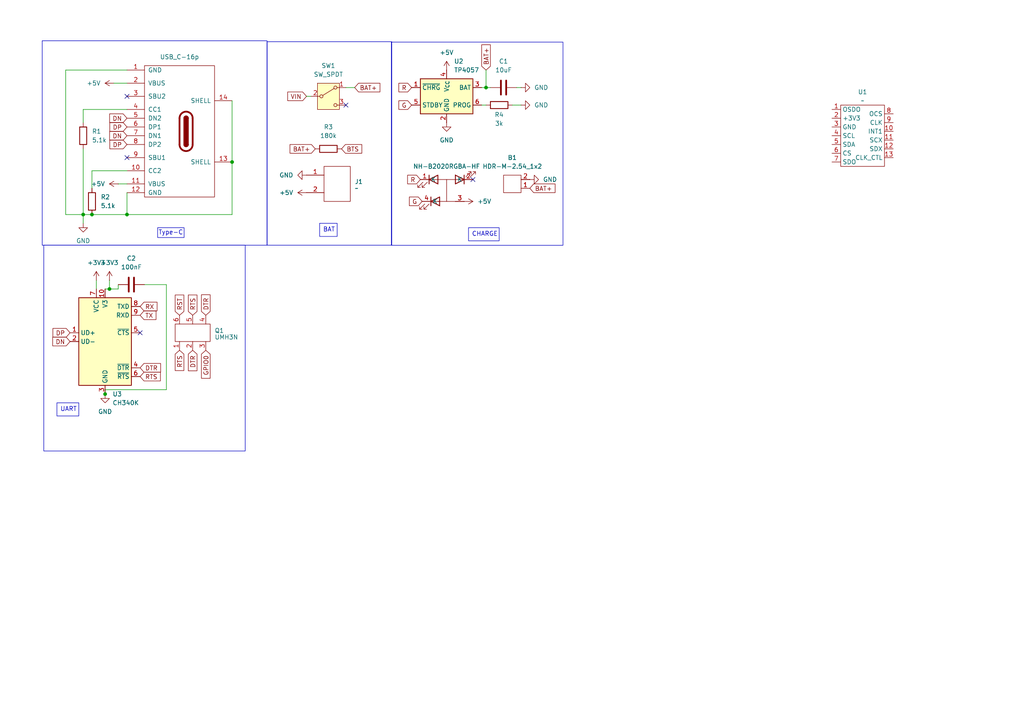
<source format=kicad_sch>
(kicad_sch (version 20250114) (generator "eeschema") (generator_version "9.0")
  (paper "A4")
  (lib_symbols
    (symbol "Battery_Management:TP4057"
      (property "Reference" "U" (at -6.35 6.604 0))
      (property "Value" "TP4057" (at 1.524 6.604 0))
      (symbol "TP4057_0_1"
        (rectangle (start -7.62 5.08) (end 7.62 -5.08) (stroke (width 0.254)) (fill (type background)))
      )
      (symbol "TP4057_1_1"
        (pin open_collector line (at -10.16 2.54 0) (length 2.54) (name "~{CHRG}") (number "1"))
        (pin open_collector line (at -10.16 -2.54 0) (length 2.54) (name "STDBY") (number "5"))
        (pin power_in line (at 0 7.62 270) (length 2.54) (name "V_{CC}") (number "4"))
        (pin power_in line (at 0 -7.62 90) (length 2.54) (name "GND") (number "2"))
        (pin power_out line (at 10.16 2.54 180) (length 2.54) (name "BAT") (number "3"))
        (pin passive line (at 10.16 -2.54 180) (length 2.54) (name "PROG") (number "6"))
      )
    )
    (symbol "Connector:USB_C_Receptacle_USB2.0_16P" (pin_names (offset 1.016))
      (property "Value" "USB_C-16p" (at 5.334 21.844 0))
      (symbol "USB_C_Receptacle_USB2.0_16P_0_1"
        (rectangle (start -10.16 20.32) (end 10.16 -17.78))
        (polyline (pts (xy 0 -2.54) (xy 0 5.08)) (stroke (width 0.508)))
        (rectangle (start 1.27 -2.54) (end 2.54 5.08) (stroke (width 0.254)) (fill (type outline)))
        (arc (start 1.27 5.08) (mid 1.905 5.7123) (end 2.54 5.08) (stroke (width 0.254)))
        (arc (start 1.27 5.08) (mid 1.905 5.7123) (end 2.54 5.08) (stroke (width 0.254)) (fill (type outline)))
        (arc (start 0 5.08) (mid 1.905 6.9767) (end 3.81 5.08) (stroke (width 0.508)))
        (arc (start 3.81 -2.54) (mid 1.905 -4.4367) (end 0 -2.54) (stroke (width 0.508)))
        (arc (start 2.54 -2.54) (mid 1.905 -3.1723) (end 1.27 -2.54) (stroke (width 0.254)))
        (arc (start 2.54 -2.54) (mid 1.905 -3.1723) (end 1.27 -2.54) (stroke (width 0.254)) (fill (type outline)))
        (polyline (pts (xy 3.81 5.08) (xy 3.81 -2.54)) (stroke (width 0.508)))
      )
      (symbol "USB_C_Receptacle_USB2.0_16P_1_1"
        (pin passive line (at -15.24 19.05 0) (length 5.08) (name "GND") (number "1"))
        (pin power_out line (at -15.24 15.24 0) (length 5.08) (name "VBUS") (number "2"))
        (pin passive line (at -15.24 11.43 0) (length 5.08) (name "SBU2") (number "3"))
        (pin passive line (at -15.24 7.62 0) (length 5.08) (name "CC1") (number "4"))
        (pin passive line (at -15.24 5.08 0) (length 5.08) (name "DN2") (number "5"))
        (pin passive line (at -15.24 2.54 0) (length 5.08) (name "DP1") (number "6"))
        (pin passive line (at -15.24 0 0) (length 5.08) (name "DN1") (number "7"))
        (pin passive line (at -15.24 -2.54 0) (length 5.08) (name "DP2") (number "8"))
        (pin passive line (at -15.24 -6.35 0) (length 5.08) (name "SBU1") (number "9"))
        (pin passive line (at -15.24 -10.16 0) (length 5.08) (name "CC2") (number "10"))
        (pin passive line (at -15.24 -13.97 0) (length 5.08) (name "VBUS") (number "11"))
        (pin passive line (at -15.24 -16.51 0) (length 5.08) (name "GND") (number "12"))
        (pin passive line (at 15.24 10.16 180) (length 5.08) (name "SHELL") (number "14"))
        (pin passive line (at 15.24 -7.62 180) (length 5.08) (name "SHELL") (number "13"))
      )
    )
    (symbol "Device:C" (pin_numbers (hide yes)) (pin_names (offset 0.254))
      (property "Reference" "C" (at 0.635 2.54 0))
      (property "Value" "C" (at 0.635 -2.54 0))
      (symbol "C_0_1"
        (polyline (pts (xy -2.032 0.762) (xy 2.032 0.762)) (stroke (width 0.508)))
        (polyline (pts (xy -2.032 -0.762) (xy 2.032 -0.762)) (stroke (width 0.508)))
      )
      (symbol "C_1_1"
        (pin passive line (at 0 3.81 270) (length 2.794) (name "~") (number "1"))
        (pin passive line (at 0 -3.81 90) (length 2.794) (name "~") (number "2"))
      )
    )
    (symbol "Device:R" (pin_numbers (hide yes)) (pin_names (offset 0))
      (property "Reference" "R" (at 2.032 0 90))
      (property "Value" "R" (at 0 0 90))
      (symbol "R_0_1"
        (rectangle (start -1.016 -2.54) (end 1.016 2.54) (stroke (width 0.254)))
      )
      (symbol "R_1_1"
        (pin passive line (at 0 3.81 270) (length 1.27) (name "~") (number "1"))
        (pin passive line (at 0 -3.81 90) (length 1.27) (name "~") (number "2"))
      )
    )
    (symbol "Interface_USB:CH340K"
      (property "Reference" "U" (at -6.858 13.97 0))
      (property "Value" "CH340K" (at 1.27 13.97 0))
      (symbol "CH340K_0_1"
        (rectangle (start -7.62 12.7) (end 7.62 -12.7) (stroke (width 0.254)) (fill (type background)))
      )
      (symbol "CH340K_1_0"
        (pin passive line (at 0 -15.24 90) (length 2.54) (hide yes) (name "GND") (number "11"))
      )
      (symbol "CH340K_1_1"
        (pin bidirectional line (at -10.16 2.54 0) (length 2.54) (name "UD+") (number "1"))
        (pin bidirectional line (at -10.16 0 0) (length 2.54) (name "UD-") (number "2"))
        (pin power_in line (at -2.54 15.24 270) (length 2.54) (name "VCC") (number "7"))
        (pin passive line (at 0 15.24 270) (length 2.54) (name "V3") (number "10"))
        (pin power_in line (at 0 -15.24 90) (length 2.54) (name "GND") (number "3"))
        (pin output line (at 10.16 10.16 180) (length 2.54) (name "TXD") (number "8"))
        (pin input line (at 10.16 7.62 180) (length 2.54) (name "RXD") (number "9"))
        (pin input line (at 10.16 2.54 180) (length 2.54) (name "~{CTS}") (number "5"))
        (pin output line (at 10.16 -7.62 180) (length 2.54) (name "~{DTR}") (number "4"))
        (pin output line (at 10.16 -10.16 180) (length 2.54) (name "~{RTS}") (number "6"))
      )
    )
    (symbol "Switch:SW_SPDT" (pin_names (offset 0) (hide yes))
      (property "Reference" "SW" (at 0 5.08 0))
      (property "Value" "SW_SPDT" (at 0 -5.08 0))
      (symbol "SW_SPDT_0_1"
        (circle (center -2.032 0) (radius 0.4572))
        (polyline (pts (xy -1.651 0.254) (xy 1.651 2.286)))
        (circle (center 2.032 2.54) (radius 0.4572))
        (circle (center 2.032 -2.54) (radius 0.4572))
      )
      (symbol "SW_SPDT_1_1"
        (rectangle (start -3.175 3.81) (end 3.175 -3.81) (fill (type background)))
        (pin passive line (at -5.08 0 0) (length 2.54) (name "B") (number "2"))
        (pin passive line (at 5.08 2.54 180) (length 2.54) (name "A") (number "1"))
        (pin passive line (at 5.08 -2.54 180) (length 2.54) (name "C") (number "3"))
      )
    )
    (symbol "_symbolsslime:HDR-M-2.54_1x2_"
      (property "Reference" "B" (at 0 0 0))
      (symbol "HDR-M-2.54_1x2__0_1"
        (rectangle (start -2.54 2.54) (end 2.54 -2.54))
      )
      (symbol "HDR-M-2.54_1x2__1_1"
        (pin passive line (at -5.08 1.27 0) (length 2.54) (name "") (number "1"))
        (pin passive line (at -5.08 -1.27 0) (length 2.54) (name "") (number "2"))
      )
    )
    (symbol "_symbolsslime:ICM-45686-breakout"
      (property "Reference" "U" (at 0 0 0))
      (symbol "ICM-45686-breakout_0_1"
        (rectangle (start -6.35 8.89) (end 6.35 -8.89))
      )
      (symbol "ICM-45686-breakout_1_1"
        (pin input line (at -8.89 7.62 0) (length 2.54) (name "OSDO") (number "1"))
        (pin power_in line (at -8.89 5.08 0) (length 2.54) (name "+3V3") (number "2"))
        (pin power_in line (at -8.89 2.54 0) (length 2.54) (name "GND") (number "3"))
        (pin bidirectional line (at -8.89 0 0) (length 2.54) (name "SCL") (number "4"))
        (pin bidirectional line (at -8.89 -2.54 0) (length 2.54) (name "SDA") (number "5"))
        (pin bidirectional line (at -8.89 -5.08 0) (length 2.54) (name "CS") (number "6"))
        (pin bidirectional line (at -8.89 -7.62 0) (length 2.54) (name "SDO") (number "7"))
        (pin bidirectional line (at 8.89 6.35 180) (length 2.54) (name "OCS") (number "8"))
        (pin output line (at 8.89 3.81 180) (length 2.54) (name "CLK") (number "9"))
        (pin input line (at 8.89 1.27 180) (length 2.54) (name "INT1") (number "10"))
        (pin output line (at 8.89 -1.27 180) (length 2.54) (name "SCX") (number "11"))
        (pin output line (at 8.89 -3.81 180) (length 2.54) (name "SDX") (number "12"))
        (pin input line (at 8.89 -6.35 180) (length 2.54) (name "CLK_CTL") (number "13"))
      )
    )
    (symbol "_symbolsslime:LED"
      (symbol "LED_0_1"
        (polyline (pts (xy -8.128 1.778) (xy -9.652 0.254) (xy -8.89 0.254) (xy -9.652 0.254) (xy -9.652 1.016)))
        (polyline (pts (xy -7.6118 -4.5538) (xy -9.1358 -6.0778) (xy -8.3738 -6.0778) (xy -9.1358 -6.0778) (xy -9.1358 -5.3158)))
        (polyline (pts (xy -6.858 1.778) (xy -8.382 0.254) (xy -7.62 0.254) (xy -8.382 0.254) (xy -8.382 1.016)))
        (polyline (pts (xy -6.35 2.54) (xy -3.81 2.54)))
        (polyline (pts (xy -6.35 1.27) (xy -6.35 3.81)) (stroke (width 0.254)))
        (polyline (pts (xy -6.3418 -4.5538) (xy -7.8658 -6.0778) (xy -7.1038 -6.0778) (xy -7.8658 -6.0778) (xy -7.8658 -5.3158)))
        (polyline (pts (xy -5.8338 -3.7918) (xy -3.2938 -3.7918)))
        (polyline (pts (xy -5.8338 -5.0618) (xy -5.8338 -2.5218)) (stroke (width 0.254)))
        (polyline (pts (xy -3.81 2.54) (xy 1.27 2.54)))
        (polyline (pts (xy -3.81 1.27) (xy -3.81 3.81) (xy -6.35 2.54) (xy -3.81 1.27)) (stroke (width 0.254)))
        (polyline (pts (xy -3.2938 -5.0618) (xy -3.2938 -2.5218) (xy -5.8338 -3.7918) (xy -3.2938 -5.0618)) (stroke (width 0.254)))
        (polyline (pts (xy -1.27 2.54) (xy -1.27 -3.81) (xy 1.27 -3.81)))
        (polyline (pts (xy -1.27 -3.81) (xy -3.81 -3.81)))
        (polyline (pts (xy 1.27 3.81) (xy 1.27 1.27) (xy 3.81 2.54) (xy 1.27 3.81)) (stroke (width 0.254)))
        (polyline (pts (xy 3.81 3.81) (xy 3.81 1.27)) (stroke (width 0.254)))
        (polyline (pts (xy 3.81 2.54) (xy 1.27 2.54)))
        (polyline (pts (xy 4.318 3.302) (xy 5.842 4.826) (xy 5.08 4.826) (xy 5.842 4.826) (xy 5.842 4.064)))
        (polyline (pts (xy 5.588 3.302) (xy 7.112 4.826) (xy 6.35 4.826) (xy 7.112 4.826) (xy 7.112 4.064)))
      )
      (symbol "LED_1_1"
        (pin passive line (at -8.89 2.54 0) (length 2.54) (name "K") (number "1"))
        (pin passive line (at -8.3738 -3.7918 0) (length 2.54) (name "K") (number "4"))
        (pin passive line (at 3.81 -3.81 180) (length 2.54) (name "") (number "3"))
        (pin passive line (at 6.35 2.54 180) (length 2.54) (name "K") (number "2"))
      )
    )
    (symbol "_symbolsslime:POGO-F-2.5_1x2"
      (property "Reference" "J" (at 0 0 0))
      (symbol "POGO-F-2.5_1x2_0_1"
        (rectangle (start -3.81 5.08) (end 3.81 -5.08))
      )
      (symbol "POGO-F-2.5_1x2_1_1"
        (pin passive line (at -8.89 2.54 0) (length 5.08) (name "") (number "1"))
        (pin passive line (at -8.89 -2.54 0) (length 5.08) (name "") (number "2"))
      )
    )
    (symbol "_symbolsslime:UMH3NMOD"
      (property "Reference" "Q" (at 0 0 0))
      (symbol "UMH3NMOD_0_1"
        (rectangle (start -5.08 2.54) (end 5.08 -2.54))
      )
      (symbol "UMH3NMOD_1_1"
        (pin passive line (at -3.81 5.08 270) (length 2.54) (name "") (number "6"))
        (pin passive line (at -3.81 -5.08 90) (length 2.54) (name "") (number "1"))
        (pin passive line (at 0 5.08 270) (length 2.54) (name "") (number "5"))
        (pin passive line (at 0 -5.08 90) (length 2.54) (name "") (number "2"))
        (pin passive line (at 3.81 5.08 270) (length 2.54) (name "") (number "4"))
        (pin passive line (at 3.81 -5.08 90) (length 2.54) (name "") (number "3"))
      )
    )
    (symbol "power:+3V3" (power) (pin_numbers (hide yes)) (pin_names (offset 0) (hide yes))
      (property "Value" "+3V3" (at 0 3.556 0))
      (symbol "+3V3_0_1"
        (polyline (pts (xy -0.762 1.27) (xy 0 2.54)))
        (polyline (pts (xy 0 2.54) (xy 0.762 1.27)))
        (polyline (pts (xy 0 0) (xy 0 2.54)))
      )
      (symbol "+3V3_1_1"
        (pin power_in line (at 0 0 90) (length 0) (name "~") (number "1"))
      )
    )
    (symbol "power:+5V" (power) (pin_numbers (hide yes)) (pin_names (offset 0) (hide yes))
      (property "Value" "+5V" (at 0 3.556 0))
      (symbol "+5V_0_1"
        (polyline (pts (xy -0.762 1.27) (xy 0 2.54)))
        (polyline (pts (xy 0 2.54) (xy 0.762 1.27)))
        (polyline (pts (xy 0 0) (xy 0 2.54)))
      )
      (symbol "+5V_1_1"
        (pin power_in line (at 0 0 90) (length 0) (name "~") (number "1"))
      )
    )
    (symbol "power:GND" (power) (pin_numbers (hide yes)) (pin_names (offset 0) (hide yes))
      (property "Value" "GND" (at 0 -3.81 0))
      (symbol "GND_0_1"
        (polyline (pts (xy 0 0) (xy 0 -1.27) (xy 1.27 -1.27) (xy 0 -2.54) (xy -1.27 -1.27) (xy 0 -1.27)))
      )
      (symbol "GND_1_1"
        (pin power_in line (at 0 0 270) (length 0) (name "~") (number "1"))
      )
    )
  )
  (rectangle (start 113.5064 12.2085) (end 163.2896 71.1434))
  (rectangle (start 12.242 11.8206) (end 77.47 71.12))
  (rectangle (start 12.7 71.12) (end 71.12 130.81))
  (rectangle (start 77.47 12.1062) (end 113.6375 71.12))
  (text "Type-C" (at 49.53 67.564 0) (effects (font (size 1.27 1.27))))
  (text_box "" (at 45.72 66.04 0) (size 7.677 2.8523) (margins 0.9525 0.9525 0.9525 0.9525) (effects (font (size 1.27 1.27)) (justify left top)))
  (text_box "UART" (at 16.51 116.84 0) (size 6.35 3.81) (margins 0.9525 0.9525 0.9525 0.9525) (effects (font (size 1.27 1.27)) (justify left top)))
  (text_box "BAT" (at 92.71 64.77 0) (size 5.08 3.81) (margins 0.9525 0.9525 0.9525 0.9525) (effects (font (size 1.27 1.27)) (justify left top)))
  (text_box "CHARGE" (at 135.89 66.04 0) (size 8.89 3.81) (margins 0.9525 0.9525 0.9525 0.9525) (effects (font (size 1.27 1.27)) (justify left top)))
  (junction (at 31.75 83.82))
  (junction (at 26.67 62.23))
  (junction (at 140.97 25.4))
  (junction (at 24.13 62.23))
  (junction (at 30.48 114.3))
  (junction (at 67.31 46.99))
  (junction (at 36.83 62.23))
  (no_connect (at 40.64 96.52))
  (no_connect (at 137.16 52.07))
  (no_connect (at 36.83 27.94))
  (no_connect (at 36.83 45.72))
  (no_connect (at 100.33 30.48))
  (wire (pts (xy 31.75 83.82) (xy 34.29 83.82)))
  (wire (pts (xy 100.33 25.4) (xy 102.87 25.4)))
  (wire (pts (xy 139.7 25.4) (xy 140.97 25.4)))
  (wire (pts (xy 139.7 30.48) (xy 140.97 30.48)))
  (wire (pts (xy 36.83 31.75) (xy 24.13 31.75)))
  (wire (pts (xy 30.48 113.03) (xy 48.26 113.03)))
  (wire (pts (xy 88.9 27.94) (xy 90.17 27.94)))
  (wire (pts (xy 19.05 20.32) (xy 36.83 20.32)))
  (wire (pts (xy 148.59 30.48) (xy 151.13 30.48)))
  (wire (pts (xy 33.02 24.13) (xy 36.83 24.13)))
  (wire (pts (xy 149.86 25.4) (xy 151.13 25.4)))
  (wire (pts (xy 27.94 81.28) (xy 27.94 83.82)))
  (wire (pts (xy 31.75 83.82) (xy 31.75 81.28)))
  (wire (pts (xy 24.13 43.18) (xy 24.13 62.23)))
  (wire (pts (xy 30.48 83.82) (xy 31.75 83.82)))
  (wire (pts (xy 48.26 82.55) (xy 48.26 113.03)))
  (wire (pts (xy 26.67 54.61) (xy 26.67 49.53)))
  (wire (pts (xy 41.91 82.55) (xy 48.26 82.55)))
  (wire (pts (xy 19.05 62.23) (xy 24.13 62.23)))
  (wire (pts (xy 36.83 62.23) (xy 67.31 62.23)))
  (wire (pts (xy 24.13 62.23) (xy 26.67 62.23)))
  (wire (pts (xy 26.67 49.53) (xy 36.83 49.53)))
  (wire (pts (xy 140.97 25.4) (xy 142.24 25.4)))
  (wire (pts (xy 24.13 31.75) (xy 24.13 35.56)))
  (wire (pts (xy 19.05 62.23) (xy 19.05 20.32)))
  (wire (pts (xy 24.13 64.77) (xy 24.13 62.23)))
  (wire (pts (xy 67.31 62.23) (xy 67.31 46.99)))
  (wire (pts (xy 34.29 83.82) (xy 34.29 82.55)))
  (wire (pts (xy 140.97 20.32) (xy 140.97 25.4)))
  (wire (pts (xy 30.48 113.03) (xy 30.48 114.3)))
  (wire (pts (xy 36.83 55.88) (xy 36.83 62.23)))
  (wire (pts (xy 34.29 53.34) (xy 36.83 53.34)))
  (wire (pts (xy 26.67 62.23) (xy 36.83 62.23)))
  (wire (pts (xy 67.31 29.21) (xy 67.31 46.99)))
  (global_label "BAT+" (shape input) (at 153.67 54.61 0) (property "Intersheetrefs" "${INTERSHEET_REFS}" (effects (hide yes))))
  (global_label "DN" (shape input) (at 20.32 99.06 180) (property "Intersheetrefs" "${INTERSHEET_REFS}" (effects (hide yes))))
  (global_label "BAT+" (shape input) (at 102.87 25.4 0) (property "Intersheetrefs" "${INTERSHEET_REFS}" (effects (hide yes))))
  (global_label "DTR" (shape input) (at 55.88 101.6 270) (property "Intersheetrefs" "${INTERSHEET_REFS}" (effects (hide yes))))
  (global_label "RTS" (shape input) (at 40.64 109.22 0) (property "Intersheetrefs" "${INTERSHEET_REFS}" (effects (hide yes))))
  (global_label "R" (shape input) (at 119.38 25.4 180) (property "Intersheetrefs" "${INTERSHEET_REFS}" (effects (hide yes))))
  (global_label "G" (shape input) (at 122.4362 58.4018 180) (property "Intersheetrefs" "${INTERSHEET_REFS}" (effects (hide yes))))
  (global_label "DTR" (shape input) (at 59.69 91.44 90) (property "Intersheetrefs" "${INTERSHEET_REFS}" (effects (hide yes))))
  (global_label "G" (shape input) (at 119.38 30.48 180) (property "Intersheetrefs" "${INTERSHEET_REFS}" (effects (hide yes))))
  (global_label "BAT+" (shape input) (at 140.97 20.32 90) (property "Intersheetrefs" "${INTERSHEET_REFS}" (effects (hide yes))))
  (global_label "BAT+" (shape input) (at 91.44 43.18 180) (property "Intersheetrefs" "${INTERSHEET_REFS}" (effects (hide yes))))
  (global_label "RST" (shape input) (at 52.07 91.44 90) (property "Intersheetrefs" "${INTERSHEET_REFS}" (effects (hide yes))))
  (global_label "TX" (shape input) (at 40.64 91.44 0) (property "Intersheetrefs" "${INTERSHEET_REFS}" (effects (hide yes))))
  (global_label "DN" (shape input) (at 36.83 39.37 180) (property "Intersheetrefs" "${INTERSHEET_REFS}" (effects (hide yes))))
  (global_label "RTS" (shape input) (at 52.07 101.6 270) (property "Intersheetrefs" "${INTERSHEET_REFS}" (effects (hide yes))))
  (global_label "DP" (shape input) (at 36.83 41.91 180) (property "Intersheetrefs" "${INTERSHEET_REFS}" (effects (hide yes))))
  (global_label "DTR" (shape input) (at 40.64 106.68 0) (property "Intersheetrefs" "${INTERSHEET_REFS}" (effects (hide yes))))
  (global_label "GPIO0" (shape input) (at 59.69 101.6 270) (property "Intersheetrefs" "${INTERSHEET_REFS}" (effects (hide yes))))
  (global_label "DP" (shape input) (at 20.32 96.52 180) (property "Intersheetrefs" "${INTERSHEET_REFS}" (effects (hide yes))))
  (global_label "DN" (shape input) (at 36.83 34.29 180) (property "Intersheetrefs" "${INTERSHEET_REFS}" (effects (hide yes))))
  (global_label "RX" (shape input) (at 40.64 88.9 0) (property "Intersheetrefs" "${INTERSHEET_REFS}" (effects (hide yes))))
  (global_label "VIN" (shape input) (at 88.9 27.94 180) (property "Intersheetrefs" "${INTERSHEET_REFS}" (effects (hide yes))))
  (global_label "RTS" (shape input) (at 55.88 91.44 90) (property "Intersheetrefs" "${INTERSHEET_REFS}" (effects (hide yes))))
  (global_label "BTS" (shape input) (at 99.06 43.18 0) (property "Intersheetrefs" "${INTERSHEET_REFS}" (effects (hide yes))))
  (global_label "DP" (shape input) (at 36.83 36.83 180) (property "Intersheetrefs" "${INTERSHEET_REFS}" (effects (hide yes))))
  (global_label "R" (shape input) (at 121.92 52.07 180) (property "Intersheetrefs" "${INTERSHEET_REFS}" (effects (hide yes))))
  (symbol (lib_id "Device:C") (at 38.1 82.55 90) (unit 1)
    (property "Reference" "C2" (at 38.1 74.93 90))
    (property "Value" "100nF" (at 38.1 77.47 90))
    (property "Description" "Unpolarized capacitor" (effects (hide yes)))
  )
  (symbol (lib_id "power:+5V") (at 33.02 24.13 90) (unit 1)
    (property "Reference" "#PWR02" (effects (hide yes)))
    (property "Value" "+5V" (at 29.21 24.1299 90) (effects (justify left)))
    (property "Description" "Power symbol creates a global label with name \"+5V\"" (effects (hide yes)))
  )
  (symbol (lib_id "Device:R") (at 24.13 39.37 0) (unit 1)
    (property "Reference" "R1" (at 26.67 38.0999 0) (effects (justify left)))
    (property "Value" "5.1k" (at 26.67 40.6399 0) (effects (justify left)))
    (property "Description" "Resistor" (effects (hide yes)))
  )
  (symbol (lib_id "_symbolsslime:ICM-45686-breakout") (at 250.19 39.37 0) (unit 1)
    (property "Reference" "U1" (at 250.19 26.67 0))
    (property "Value" "~" (at 250.19 29.21 0))
  )
  (symbol (lib_id "power:+5V") (at 134.62 58.42 270) (unit 1)
    (property "Reference" "#PWR010" (effects (hide yes)))
    (property "Value" "+5V" (at 138.43 58.4199 90) (effects (justify left)))
    (property "Description" "Power symbol creates a global label with name \"+5V\"" (effects (hide yes)))
  )
  (symbol (lib_id "_symbolsslime:LED") (at 130.81 54.61 0) (unit 1)
    (property "Reference" "L1" (effects (hide yes)))
    (property "Value" "NH-B2020RGBA-HF" (at 129.54 48.26 0))
    (property "Description" "NH-B2020RGBA-HF" (effects (hide yes)))
  )
  (symbol (lib_id "power:GND") (at 129.54 35.56 0) (unit 1)
    (property "Reference" "#PWR07" (effects (hide yes)))
    (property "Value" "GND" (at 129.54 40.64 0))
    (property "Description" "Power symbol creates a global label with name \"GND\" , ground" (effects (hide yes)))
  )
  (symbol (lib_id "power:+5V") (at 88.9 55.88 90) (unit 1)
    (property "Reference" "#PWR05" (effects (hide yes)))
    (property "Value" "+5V" (at 85.09 55.8799 90) (effects (justify left)))
    (property "Description" "Power symbol creates a global label with name \"+5V\"" (effects (hide yes)))
  )
  (symbol (lib_id "power:+3V3") (at 31.75 81.28 0) (unit 1)
    (property "Reference" "#PWR013" (effects (hide yes)))
    (property "Value" "+3V3" (at 31.75 76.2 0))
    (property "Description" "Power symbol creates a global label with name \"+3V3\"" (effects (hide yes)))
  )
  (symbol (lib_id "power:+5V") (at 129.54 20.32 0) (unit 1)
    (property "Reference" "#PWR06" (effects (hide yes)))
    (property "Value" "+5V" (at 129.54 15.24 0))
    (property "Description" "Power symbol creates a global label with name \"+5V\"" (effects (hide yes)))
  )
  (symbol (lib_id "power:GND") (at 24.13 64.77 0) (unit 1)
    (property "Reference" "#PWR03" (effects (hide yes)))
    (property "Value" "GND" (at 24.13 69.85 0))
    (property "Description" "Power symbol creates a global label with name \"GND\" , ground" (effects (hide yes)))
  )
  (symbol (lib_id "_symbolsslime:HDR-M-2.54_1x2_") (at 148.59 53.34 180) (unit 1)
    (property "Reference" "B1" (at 148.59 45.72 0))
    (property "Value" "HDR-M-2.54_1x2" (at 148.59 48.26 0))
  )
  (symbol (lib_id "Device:R") (at 26.67 58.42 0) (unit 1)
    (property "Reference" "R2" (at 29.21 57.1499 0) (effects (justify left)))
    (property "Value" "5.1k" (at 29.21 59.6899 0) (effects (justify left)))
    (property "Description" "Resistor" (effects (hide yes)))
  )
  (symbol (lib_id "Battery_Management:TP4057") (at 129.54 27.94 0) (unit 1)
    (property "Reference" "U2" (at 131.6833 17.78 0) (effects (justify left)))
    (property "Value" "TP4057" (at 131.6833 20.32 0) (effects (justify left)))
    (property "Footprint" "Package_TO_SOT_SMD:TSOT-23-6" (effects (hide yes)))
    (property "Datasheet" "http://toppwr.com/uploadfile/file/20230304/640302a47b738.pdf" (effects (hide yes)))
    (property "Description" "Constant-current/constant-voltage linear charger for single cell lithium-ion batteries with 2.9V Trickle Charge, 4.5V to 6.5V VDD, -40 to +85 degree Celsius, TSOT-23-6" (effects (hide yes)))
  )
  (symbol (lib_id "power:+5V") (at 34.29 53.34 90) (unit 1)
    (property "Reference" "#PWR01" (effects (hide yes)))
    (property "Value" "+5V" (at 30.48 53.3399 90) (effects (justify left)))
    (property "Description" "Power symbol creates a global label with name \"+5V\"" (effects (hide yes)))
  )
  (symbol (lib_id "Interface_USB:CH340K") (at 30.48 99.06 0) (unit 1)
    (property "Reference" "U3" (at 32.6233 114.3 0) (effects (justify left)))
    (property "Value" "CH340K" (at 32.6233 116.84 0) (effects (justify left)))
    (property "Footprint" "Package_SO:SSOP-10-1EP_3.9x4.9mm_P1mm_EP2.1x3.3mm" (effects (hide yes)))
    (property "Datasheet" "https://cdn.sparkfun.com/assets/5/0/a/8/5/CH340DS1.PDF" (effects (hide yes)))
    (property "Description" "USB serial converter, UART, SSOP-10" (effects (hide yes)))
  )
  (symbol (lib_id "Device:R") (at 95.25 43.18 90) (unit 1)
    (property "Reference" "R3" (at 95.25 36.83 90))
    (property "Value" "180k" (at 95.25 39.37 90))
    (property "Description" "Resistor" (effects (hide yes)))
  )
  (symbol (lib_id "power:GND") (at 151.13 30.48 90) (unit 1)
    (property "Reference" "#PWR08" (effects (hide yes)))
    (property "Value" "GND" (at 154.94 30.4799 90) (effects (justify right)))
    (property "Description" "Power symbol creates a global label with name \"GND\" , ground" (effects (hide yes)))
  )
  (symbol (lib_id "Device:R") (at 144.78 30.48 270) (unit 1)
    (property "Reference" "R4" (at 144.78 33.274 90))
    (property "Value" "3k" (at 144.78 35.814 90))
    (property "Description" "Resistor" (effects (hide yes)))
  )
  (symbol (lib_id "_symbolsslime:POGO-F-2.5_1x2") (at 97.79 53.34 0) (unit 1)
    (property "Reference" "J1" (at 102.87 52.7049 0) (effects (justify left)))
    (property "Value" "~" (at 102.87 54.61 0) (effects (justify left)))
  )
  (symbol (lib_id "Device:C") (at 146.05 25.4 90) (unit 1)
    (property "Reference" "C1" (at 146.05 17.78 90))
    (property "Value" "10uF" (at 146.05 20.32 90))
    (property "Description" "Unpolarized capacitor" (effects (hide yes)))
  )
  (symbol (lib_id "Switch:SW_SPDT") (at 95.25 27.94 0) (unit 1)
    (property "Reference" "SW1" (at 95.25 19.05 0))
    (property "Value" "SW_SPDT" (at 95.25 21.59 0))
    (property "Description" "Switch, single pole double throw" (effects (hide yes)))
  )
  (symbol (lib_id "power:GND") (at 88.9 50.8 270) (unit 1)
    (property "Reference" "#PWR04" (effects (hide yes)))
    (property "Value" "GND" (at 85.09 50.7999 90) (effects (justify right)))
    (property "Description" "Power symbol creates a global label with name \"GND\" , ground" (effects (hide yes)))
  )
  (symbol (lib_id "power:+3V3") (at 27.94 81.28 0) (unit 1)
    (property "Reference" "#PWR014" (effects (hide yes)))
    (property "Value" "+3V3" (at 27.94 76.2 0))
    (property "Description" "Power symbol creates a global label with name \"+3V3\"" (effects (hide yes)))
  )
  (symbol (lib_id "power:GND") (at 153.67 52.07 90) (unit 1)
    (property "Reference" "#PWR011" (effects (hide yes)))
    (property "Value" "GND" (at 157.48 52.0699 90) (effects (justify right)))
    (property "Description" "Power symbol creates a global label with name \"GND\" , ground" (effects (hide yes)))
  )
  (symbol (lib_id "_symbolsslime:UMH3NMOD") (at 55.88 96.52 0) (unit 1)
    (property "Reference" "Q1" (at 62.23 95.8849 0) (effects (justify left)))
    (property "Value" "UMH3N" (at 62.23 97.79 0) (effects (justify left)))
  )
  (symbol (lib_id "Connector:USB_C_Receptacle_USB2.0_16P") (at 52.07 39.37 0) (unit 1)
    (property "Reference" "J2" (effects (hide yes)))
    (property "Value" "USB_C-16p" (at 52.07 16.51 0))
  )
  (symbol (lib_id "power:GND") (at 30.48 114.3 0) (unit 1)
    (property "Reference" "#PWR012" (effects (hide yes)))
    (property "Value" "GND" (at 30.48 119.38 0))
    (property "Description" "Power symbol creates a global label with name \"GND\" , ground" (effects (hide yes)))
  )
  (symbol (lib_id "power:GND") (at 151.13 25.4 90) (unit 1)
    (property "Reference" "#PWR09" (effects (hide yes)))
    (property "Value" "GND" (at 154.94 25.3999 90) (effects (justify right)))
    (property "Description" "Power symbol creates a global label with name \"GND\" , ground" (effects (hide yes)))
  )
)
</source>
